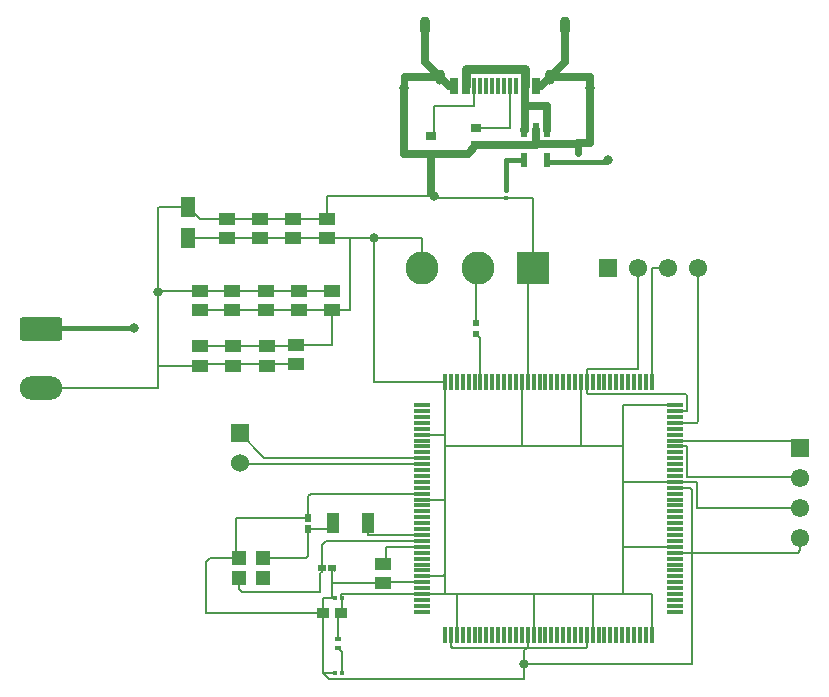
<source format=gbr>
%TF.GenerationSoftware,KiCad,Pcbnew,7.0.7*%
%TF.CreationDate,2023-10-17T17:05:39-05:00*%
%TF.ProjectId,IGVC-CBV1,49475643-2d43-4425-9631-2e6b69636164,rev?*%
%TF.SameCoordinates,Original*%
%TF.FileFunction,Copper,L1,Top*%
%TF.FilePolarity,Positive*%
%FSLAX46Y46*%
G04 Gerber Fmt 4.6, Leading zero omitted, Abs format (unit mm)*
G04 Created by KiCad (PCBNEW 7.0.7) date 2023-10-17 17:05:39*
%MOMM*%
%LPD*%
G01*
G04 APERTURE LIST*
G04 Aperture macros list*
%AMRoundRect*
0 Rectangle with rounded corners*
0 $1 Rounding radius*
0 $2 $3 $4 $5 $6 $7 $8 $9 X,Y pos of 4 corners*
0 Add a 4 corners polygon primitive as box body*
4,1,4,$2,$3,$4,$5,$6,$7,$8,$9,$2,$3,0*
0 Add four circle primitives for the rounded corners*
1,1,$1+$1,$2,$3*
1,1,$1+$1,$4,$5*
1,1,$1+$1,$6,$7*
1,1,$1+$1,$8,$9*
0 Add four rect primitives between the rounded corners*
20,1,$1+$1,$2,$3,$4,$5,0*
20,1,$1+$1,$4,$5,$6,$7,0*
20,1,$1+$1,$6,$7,$8,$9,0*
20,1,$1+$1,$8,$9,$2,$3,0*%
G04 Aperture macros list end*
%TA.AperFunction,SMDPad,CuDef*%
%ADD10R,0.500000X0.400000*%
%TD*%
%TA.AperFunction,SMDPad,CuDef*%
%ADD11R,1.470000X1.020000*%
%TD*%
%TA.AperFunction,SMDPad,CuDef*%
%ADD12R,0.600000X1.150000*%
%TD*%
%TA.AperFunction,SMDPad,CuDef*%
%ADD13R,1.300000X1.300000*%
%TD*%
%TA.AperFunction,SMDPad,CuDef*%
%ADD14R,1.230000X1.800000*%
%TD*%
%TA.AperFunction,ComponentPad*%
%ADD15R,1.530000X1.530000*%
%TD*%
%TA.AperFunction,ComponentPad*%
%ADD16C,1.530000*%
%TD*%
%TA.AperFunction,SMDPad,CuDef*%
%ADD17R,0.650000X0.620000*%
%TD*%
%TA.AperFunction,SMDPad,CuDef*%
%ADD18R,0.380000X0.415000*%
%TD*%
%TA.AperFunction,ComponentPad*%
%ADD19R,2.794000X2.794000*%
%TD*%
%TA.AperFunction,ComponentPad*%
%ADD20C,2.794000*%
%TD*%
%TA.AperFunction,ComponentPad*%
%ADD21O,0.900000X1.300000*%
%TD*%
%TA.AperFunction,ComponentPad*%
%ADD22O,0.900000X1.600000*%
%TD*%
%TA.AperFunction,SMDPad,CuDef*%
%ADD23R,0.300000X1.400000*%
%TD*%
%TA.AperFunction,SMDPad,CuDef*%
%ADD24R,0.800000X1.400000*%
%TD*%
%TA.AperFunction,SMDPad,CuDef*%
%ADD25R,0.620000X0.650000*%
%TD*%
%TA.AperFunction,ComponentPad*%
%ADD26RoundRect,0.250000X-1.550000X0.750000X-1.550000X-0.750000X1.550000X-0.750000X1.550000X0.750000X0*%
%TD*%
%TA.AperFunction,ComponentPad*%
%ADD27O,3.600000X2.000000*%
%TD*%
%TA.AperFunction,SMDPad,CuDef*%
%ADD28R,0.415000X0.380000*%
%TD*%
%TA.AperFunction,SMDPad,CuDef*%
%ADD29R,0.600000X0.490000*%
%TD*%
%TA.AperFunction,SMDPad,CuDef*%
%ADD30R,1.475000X0.300000*%
%TD*%
%TA.AperFunction,SMDPad,CuDef*%
%ADD31R,0.300000X1.475000*%
%TD*%
%TA.AperFunction,SMDPad,CuDef*%
%ADD32R,1.005599X0.949998*%
%TD*%
%TA.AperFunction,ComponentPad*%
%ADD33C,1.550000*%
%TD*%
%TA.AperFunction,SMDPad,CuDef*%
%ADD34R,1.000000X1.800000*%
%TD*%
%TA.AperFunction,SMDPad,CuDef*%
%ADD35R,0.900000X0.650000*%
%TD*%
%TA.AperFunction,ViaPad*%
%ADD36C,0.800000*%
%TD*%
%TA.AperFunction,Conductor*%
%ADD37C,0.700000*%
%TD*%
%TA.AperFunction,Conductor*%
%ADD38C,0.600000*%
%TD*%
%TA.AperFunction,Conductor*%
%ADD39C,0.800000*%
%TD*%
%TA.AperFunction,Conductor*%
%ADD40C,0.200000*%
%TD*%
%TA.AperFunction,Conductor*%
%ADD41C,0.400000*%
%TD*%
G04 APERTURE END LIST*
D10*
%TO.P,FB1,1*%
%TO.N,+3.3V*%
X140729375Y-115659250D03*
%TO.P,FB1,2*%
X140729375Y-114859250D03*
%TD*%
D11*
%TO.P,C15,1*%
%TO.N,/NRST*%
X144539375Y-108559250D03*
%TO.P,C15,2*%
%TO.N,GND*%
X144539375Y-110179250D03*
%TD*%
D12*
%TO.P,IC2,1,VIN*%
%TO.N,VBUS*%
X158377375Y-71825250D03*
%TO.P,IC2,2,GND*%
%TO.N,GND*%
X157427375Y-71825250D03*
%TO.P,IC2,3,EN*%
%TO.N,VBUS*%
X156477375Y-71825250D03*
%TO.P,IC2,4,ADJ/BYP*%
%TO.N,Net-(IC2-ADJ{slash}BYP)*%
X156477375Y-74325250D03*
%TO.P,IC2,5,VOUT*%
%TO.N,+3.3V*%
X158377375Y-74325250D03*
%TD*%
D11*
%TO.P,C13,1*%
%TO.N,+3.3V*%
X131839375Y-90113250D03*
%TO.P,C13,2*%
%TO.N,GND*%
X131839375Y-91733250D03*
%TD*%
%TO.P,C4,1*%
%TO.N,+3.3V*%
X136919375Y-80969250D03*
%TO.P,C4,2*%
%TO.N,GND*%
X136919375Y-79349250D03*
%TD*%
D13*
%TO.P,Y1,1,CRYSTAL_1*%
%TO.N,Net-(Y1-CRYSTAL_1)*%
X134379375Y-108059250D03*
%TO.P,Y1,2,COVER/GROUND*%
%TO.N,GND*%
X132279375Y-108059250D03*
%TO.P,Y1,3,CRYSTAL_2*%
%TO.N,RCC_OSC_OUT*%
X132279375Y-109759250D03*
%TO.P,Y1,4,NO_CONNECT*%
%TO.N,unconnected-(Y1-NO_CONNECT-Pad4)*%
X134379375Y-109759250D03*
%TD*%
D14*
%TO.P,C1,1*%
%TO.N,+3.3V*%
X128029375Y-80969250D03*
%TO.P,C1,2*%
%TO.N,GND*%
X128029375Y-78349250D03*
%TD*%
D15*
%TO.P,J4,1,Pin_1*%
%TO.N,I2C2_SDA*%
X132356875Y-97479250D03*
D16*
%TO.P,J4,2,Pin_2*%
%TO.N,I2C2_SCL*%
X132356875Y-100019250D03*
%TD*%
D11*
%TO.P,C6,1*%
%TO.N,+3.3V*%
X129045375Y-87065250D03*
%TO.P,C6,2*%
%TO.N,GND*%
X129045375Y-85445250D03*
%TD*%
D17*
%TO.P,C19,1*%
%TO.N,GND*%
X140221375Y-108909250D03*
%TO.P,C19,2*%
%TO.N,RCC_OSC_OUT*%
X139341375Y-108909250D03*
%TD*%
D18*
%TO.P,C24,1*%
%TO.N,+3.3V*%
X161000000Y-74473250D03*
%TO.P,C24,2*%
%TO.N,GND*%
X161000000Y-73857250D03*
%TD*%
D11*
%TO.P,C9,1*%
%TO.N,+3.3V*%
X137391375Y-87065250D03*
%TO.P,C9,2*%
%TO.N,GND*%
X137391375Y-85445250D03*
%TD*%
D19*
%TO.P,SW1,1,A*%
%TO.N,GND*%
X157239375Y-83509250D03*
D20*
%TO.P,SW1,2,B*%
%TO.N,/SW_BOOT0*%
X152540375Y-83509250D03*
%TO.P,SW1,3,C*%
%TO.N,+3.3V*%
X147841375Y-83509250D03*
%TD*%
D21*
%TO.P,J3,S4,SHELL_GND*%
%TO.N,GND*%
X149343375Y-67289250D03*
%TO.P,J3,S3,SHELL_GND*%
X158643375Y-67289250D03*
D22*
%TO.P,J3,S2,SHELL_GND*%
X148073375Y-62969250D03*
%TO.P,J3,S1,SHELL_GND*%
X159913375Y-62969250D03*
D23*
%TO.P,J3,B8,SBU2*%
%TO.N,unconnected-(J3-SBU2-PadB8)*%
X155743375Y-68069250D03*
%TO.P,J3,B7,D2-*%
%TO.N,unconnected-(J3-D2--PadB7)*%
X154743375Y-68069250D03*
%TO.P,J3,B6,D2+*%
%TO.N,unconnected-(J3-D2+-PadB6)*%
X153243375Y-68069250D03*
%TO.P,J3,B5,CC2*%
%TO.N,Net-(J3-CC2)*%
X152243375Y-68069250D03*
D24*
%TO.P,J3,A12_B1,GND*%
%TO.N,GND*%
X150493375Y-68069250D03*
%TO.P,J3,A9_B4,VBUS*%
%TO.N,VBUS*%
X151493375Y-68069250D03*
D23*
%TO.P,J3,A8,SBU1*%
%TO.N,unconnected-(J3-SBU1-PadA8)*%
X152743375Y-68069250D03*
%TO.P,J3,A7,D1-*%
%TO.N,unconnected-(J3-D1--PadA7)*%
X153743375Y-68069250D03*
%TO.P,J3,A6,D1+*%
%TO.N,unconnected-(J3-D1+-PadA6)*%
X154243375Y-68069250D03*
%TO.P,J3,A5,CC1*%
%TO.N,Net-(J3-CC1)*%
X155243375Y-68069250D03*
D24*
%TO.P,J3,A4_B9,VBUS*%
%TO.N,VBUS*%
X156493375Y-68069250D03*
%TO.P,J3,A1_B12,GND*%
%TO.N,GND*%
X157493375Y-68069250D03*
%TD*%
D11*
%TO.P,C14,1*%
%TO.N,+3.3V*%
X129009375Y-90113250D03*
%TO.P,C14,2*%
%TO.N,GND*%
X129009375Y-91733250D03*
%TD*%
D25*
%TO.P,C20,1*%
%TO.N,GND*%
X138189375Y-104659250D03*
%TO.P,C20,2*%
%TO.N,Net-(Y1-CRYSTAL_1)*%
X138189375Y-105539250D03*
%TD*%
D26*
%TO.P,J5,1,Pin_1*%
%TO.N,+3.3V*%
X115550875Y-88629250D03*
D27*
%TO.P,J5,2,Pin_2*%
%TO.N,GND*%
X115550875Y-93629250D03*
%TD*%
D28*
%TO.P,C17,1*%
%TO.N,+3.3V*%
X141037375Y-111449250D03*
%TO.P,C17,2*%
%TO.N,GND*%
X140421375Y-111449250D03*
%TD*%
D11*
%TO.P,C10,1*%
%TO.N,+3.3V*%
X140221375Y-87065250D03*
%TO.P,C10,2*%
%TO.N,GND*%
X140221375Y-85445250D03*
%TD*%
%TO.P,C7,1*%
%TO.N,+3.3V*%
X131731375Y-87065250D03*
%TO.P,C7,2*%
%TO.N,GND*%
X131731375Y-85445250D03*
%TD*%
%TO.P,C8,1*%
%TO.N,+3.3V*%
X134561375Y-87065250D03*
%TO.P,C8,2*%
%TO.N,GND*%
X134561375Y-85445250D03*
%TD*%
D28*
%TO.P,C18,1*%
%TO.N,+3.3V*%
X141037375Y-117799250D03*
%TO.P,C18,2*%
%TO.N,GND*%
X140421375Y-117799250D03*
%TD*%
D29*
%TO.P,R1,1*%
%TO.N,/SW_BOOT0*%
X152413375Y-88134250D03*
%TO.P,R1,2*%
%TO.N,/BOOT0*%
X152413375Y-89044250D03*
%TD*%
D30*
%TO.P,IC1,1,PE2*%
%TO.N,unconnected-(IC1-PE2-Pad1)*%
X147771375Y-95079250D03*
%TO.P,IC1,2,PE3*%
%TO.N,unconnected-(IC1-PE3-Pad2)*%
X147771375Y-95579250D03*
%TO.P,IC1,3,PE4*%
%TO.N,unconnected-(IC1-PE4-Pad3)*%
X147771375Y-96079250D03*
%TO.P,IC1,4,PE5*%
%TO.N,unconnected-(IC1-PE5-Pad4)*%
X147771375Y-96579250D03*
%TO.P,IC1,5,PE6*%
%TO.N,unconnected-(IC1-PE6-Pad5)*%
X147771375Y-97079250D03*
%TO.P,IC1,6,VBAT*%
%TO.N,+3.3V*%
X147771375Y-97579250D03*
%TO.P,IC1,7,PC13*%
%TO.N,unconnected-(IC1-PC13-Pad7)*%
X147771375Y-98079250D03*
%TO.P,IC1,8,PC14*%
%TO.N,unconnected-(IC1-PC14-Pad8)*%
X147771375Y-98579250D03*
%TO.P,IC1,9,PC15*%
%TO.N,unconnected-(IC1-PC15-Pad9)*%
X147771375Y-99079250D03*
%TO.P,IC1,10,PF0*%
%TO.N,I2C2_SDA*%
X147771375Y-99579250D03*
%TO.P,IC1,11,PF1*%
%TO.N,I2C2_SCL*%
X147771375Y-100079250D03*
%TO.P,IC1,12,PF2*%
%TO.N,unconnected-(IC1-PF2-Pad12)*%
X147771375Y-100579250D03*
%TO.P,IC1,13,PF3*%
%TO.N,unconnected-(IC1-PF3-Pad13)*%
X147771375Y-101079250D03*
%TO.P,IC1,14,PF4*%
%TO.N,unconnected-(IC1-PF4-Pad14)*%
X147771375Y-101579250D03*
%TO.P,IC1,15,PF5*%
%TO.N,unconnected-(IC1-PF5-Pad15)*%
X147771375Y-102079250D03*
%TO.P,IC1,16,VSS_1*%
%TO.N,GND*%
X147771375Y-102579250D03*
%TO.P,IC1,17,VDD_1*%
%TO.N,+3.3V*%
X147771375Y-103079250D03*
%TO.P,IC1,18,PF6*%
%TO.N,unconnected-(IC1-PF6-Pad18)*%
X147771375Y-103579250D03*
%TO.P,IC1,19,PF7*%
%TO.N,unconnected-(IC1-PF7-Pad19)*%
X147771375Y-104079250D03*
%TO.P,IC1,20,PF8*%
%TO.N,unconnected-(IC1-PF8-Pad20)*%
X147771375Y-104579250D03*
%TO.P,IC1,21,PF9*%
%TO.N,unconnected-(IC1-PF9-Pad21)*%
X147771375Y-105079250D03*
%TO.P,IC1,22,PF10*%
%TO.N,unconnected-(IC1-PF10-Pad22)*%
X147771375Y-105579250D03*
%TO.P,IC1,23,PH0*%
%TO.N,RCC_OSC_IN*%
X147771375Y-106079250D03*
%TO.P,IC1,24,PH1*%
%TO.N,RCC_OSC_OUT*%
X147771375Y-106579250D03*
%TO.P,IC1,25,NRST*%
%TO.N,/NRST*%
X147771375Y-107079250D03*
%TO.P,IC1,26,PC0*%
%TO.N,unconnected-(IC1-PC0-Pad26)*%
X147771375Y-107579250D03*
%TO.P,IC1,27,PC1*%
%TO.N,unconnected-(IC1-PC1-Pad27)*%
X147771375Y-108079250D03*
%TO.P,IC1,28,PC2*%
%TO.N,unconnected-(IC1-PC2-Pad28)*%
X147771375Y-108579250D03*
%TO.P,IC1,29,PC3*%
%TO.N,unconnected-(IC1-PC3-Pad29)*%
X147771375Y-109079250D03*
%TO.P,IC1,30,VDD_2*%
%TO.N,+3.3V*%
X147771375Y-109579250D03*
%TO.P,IC1,31,VSSA*%
%TO.N,GND*%
X147771375Y-110079250D03*
%TO.P,IC1,32,VREF+*%
%TO.N,unconnected-(IC1-VREF+-Pad32)*%
X147771375Y-110579250D03*
%TO.P,IC1,33,VDDA*%
%TO.N,+3.3V*%
X147771375Y-111079250D03*
%TO.P,IC1,34,PA0*%
%TO.N,unconnected-(IC1-PA0-Pad34)*%
X147771375Y-111579250D03*
%TO.P,IC1,35,PA1*%
%TO.N,unconnected-(IC1-PA1-Pad35)*%
X147771375Y-112079250D03*
%TO.P,IC1,36,PA2*%
%TO.N,unconnected-(IC1-PA2-Pad36)*%
X147771375Y-112579250D03*
D31*
%TO.P,IC1,37,PA3*%
%TO.N,unconnected-(IC1-PA3-Pad37)*%
X149759375Y-114567250D03*
%TO.P,IC1,38,VSS_2*%
%TO.N,GND*%
X150259375Y-114567250D03*
%TO.P,IC1,39,VDD_3*%
%TO.N,+3.3V*%
X150759375Y-114567250D03*
%TO.P,IC1,40,PA4*%
%TO.N,unconnected-(IC1-PA4-Pad40)*%
X151259375Y-114567250D03*
%TO.P,IC1,41,PA5*%
%TO.N,unconnected-(IC1-PA5-Pad41)*%
X151759375Y-114567250D03*
%TO.P,IC1,42,PA6*%
%TO.N,unconnected-(IC1-PA6-Pad42)*%
X152259375Y-114567250D03*
%TO.P,IC1,43,PA7*%
%TO.N,unconnected-(IC1-PA7-Pad43)*%
X152759375Y-114567250D03*
%TO.P,IC1,44,PC4*%
%TO.N,unconnected-(IC1-PC4-Pad44)*%
X153259375Y-114567250D03*
%TO.P,IC1,45,PC5*%
%TO.N,unconnected-(IC1-PC5-Pad45)*%
X153759375Y-114567250D03*
%TO.P,IC1,46,PB0*%
%TO.N,unconnected-(IC1-PB0-Pad46)*%
X154259375Y-114567250D03*
%TO.P,IC1,47,PB1*%
%TO.N,unconnected-(IC1-PB1-Pad47)*%
X154759375Y-114567250D03*
%TO.P,IC1,48,PB2*%
%TO.N,unconnected-(IC1-PB2-Pad48)*%
X155259375Y-114567250D03*
%TO.P,IC1,49,PF11*%
%TO.N,unconnected-(IC1-PF11-Pad49)*%
X155759375Y-114567250D03*
%TO.P,IC1,50,PF12*%
%TO.N,unconnected-(IC1-PF12-Pad50)*%
X156259375Y-114567250D03*
%TO.P,IC1,51,VSS_3*%
%TO.N,GND*%
X156759375Y-114567250D03*
%TO.P,IC1,52,VDD_4*%
%TO.N,+3.3V*%
X157259375Y-114567250D03*
%TO.P,IC1,53,PF13*%
%TO.N,unconnected-(IC1-PF13-Pad53)*%
X157759375Y-114567250D03*
%TO.P,IC1,54,PF14*%
%TO.N,unconnected-(IC1-PF14-Pad54)*%
X158259375Y-114567250D03*
%TO.P,IC1,55,PF15*%
%TO.N,unconnected-(IC1-PF15-Pad55)*%
X158759375Y-114567250D03*
%TO.P,IC1,56,PG0*%
%TO.N,unconnected-(IC1-PG0-Pad56)*%
X159259375Y-114567250D03*
%TO.P,IC1,57,PG1*%
%TO.N,unconnected-(IC1-PG1-Pad57)*%
X159759375Y-114567250D03*
%TO.P,IC1,58,PE7*%
%TO.N,unconnected-(IC1-PE7-Pad58)*%
X160259375Y-114567250D03*
%TO.P,IC1,59,PE8*%
%TO.N,unconnected-(IC1-PE8-Pad59)*%
X160759375Y-114567250D03*
%TO.P,IC1,60,PE9*%
%TO.N,unconnected-(IC1-PE9-Pad60)*%
X161259375Y-114567250D03*
%TO.P,IC1,61,VSS_4*%
%TO.N,GND*%
X161759375Y-114567250D03*
%TO.P,IC1,62,VDD_5*%
%TO.N,+3.3V*%
X162259375Y-114567250D03*
%TO.P,IC1,63,PE10*%
%TO.N,unconnected-(IC1-PE10-Pad63)*%
X162759375Y-114567250D03*
%TO.P,IC1,64,PE11*%
%TO.N,unconnected-(IC1-PE11-Pad64)*%
X163259375Y-114567250D03*
%TO.P,IC1,65,PE12*%
%TO.N,unconnected-(IC1-PE12-Pad65)*%
X163759375Y-114567250D03*
%TO.P,IC1,66,PE13*%
%TO.N,unconnected-(IC1-PE13-Pad66)*%
X164259375Y-114567250D03*
%TO.P,IC1,67,PE14*%
%TO.N,unconnected-(IC1-PE14-Pad67)*%
X164759375Y-114567250D03*
%TO.P,IC1,68,PE15*%
%TO.N,unconnected-(IC1-PE15-Pad68)*%
X165259375Y-114567250D03*
%TO.P,IC1,69,PB10*%
%TO.N,unconnected-(IC1-PB10-Pad69)*%
X165759375Y-114567250D03*
%TO.P,IC1,70,PB11*%
%TO.N,unconnected-(IC1-PB11-Pad70)*%
X166259375Y-114567250D03*
%TO.P,IC1,71,VCAP_1*%
%TO.N,unconnected-(IC1-VCAP_1-Pad71)*%
X166759375Y-114567250D03*
%TO.P,IC1,72,VDD_6*%
%TO.N,+3.3V*%
X167259375Y-114567250D03*
D30*
%TO.P,IC1,73,PB12*%
%TO.N,unconnected-(IC1-PB12-Pad73)*%
X169247375Y-112579250D03*
%TO.P,IC1,74,PB13*%
%TO.N,unconnected-(IC1-PB13-Pad74)*%
X169247375Y-112079250D03*
%TO.P,IC1,75,PB14*%
%TO.N,unconnected-(IC1-PB14-Pad75)*%
X169247375Y-111579250D03*
%TO.P,IC1,76,PB15*%
%TO.N,unconnected-(IC1-PB15-Pad76)*%
X169247375Y-111079250D03*
%TO.P,IC1,77,PD8*%
%TO.N,unconnected-(IC1-PD8-Pad77)*%
X169247375Y-110579250D03*
%TO.P,IC1,78,PD9*%
%TO.N,unconnected-(IC1-PD9-Pad78)*%
X169247375Y-110079250D03*
%TO.P,IC1,79,PD10*%
%TO.N,unconnected-(IC1-PD10-Pad79)*%
X169247375Y-109579250D03*
%TO.P,IC1,80,PD11*%
%TO.N,unconnected-(IC1-PD11-Pad80)*%
X169247375Y-109079250D03*
%TO.P,IC1,81,PD12*%
%TO.N,unconnected-(IC1-PD12-Pad81)*%
X169247375Y-108579250D03*
%TO.P,IC1,82,PD13*%
%TO.N,unconnected-(IC1-PD13-Pad82)*%
X169247375Y-108079250D03*
%TO.P,IC1,83,VSS_5*%
%TO.N,GND*%
X169247375Y-107579250D03*
%TO.P,IC1,84,VDD_7*%
%TO.N,+3.3V*%
X169247375Y-107079250D03*
%TO.P,IC1,85,PD14*%
%TO.N,unconnected-(IC1-PD14-Pad85)*%
X169247375Y-106579250D03*
%TO.P,IC1,86,PD15*%
%TO.N,unconnected-(IC1-PD15-Pad86)*%
X169247375Y-106079250D03*
%TO.P,IC1,87,PG2*%
%TO.N,unconnected-(IC1-PG2-Pad87)*%
X169247375Y-105579250D03*
%TO.P,IC1,88,PG3*%
%TO.N,unconnected-(IC1-PG3-Pad88)*%
X169247375Y-105079250D03*
%TO.P,IC1,89,PG4*%
%TO.N,unconnected-(IC1-PG4-Pad89)*%
X169247375Y-104579250D03*
%TO.P,IC1,90,PG5*%
%TO.N,unconnected-(IC1-PG5-Pad90)*%
X169247375Y-104079250D03*
%TO.P,IC1,91,PG6*%
%TO.N,unconnected-(IC1-PG6-Pad91)*%
X169247375Y-103579250D03*
%TO.P,IC1,92,PG7*%
%TO.N,unconnected-(IC1-PG7-Pad92)*%
X169247375Y-103079250D03*
%TO.P,IC1,93,PG8*%
%TO.N,unconnected-(IC1-PG8-Pad93)*%
X169247375Y-102579250D03*
%TO.P,IC1,94,VSS_6*%
%TO.N,GND*%
X169247375Y-102079250D03*
%TO.P,IC1,95,VDD_8*%
%TO.N,+3.3V*%
X169247375Y-101579250D03*
%TO.P,IC1,96,PC6*%
%TO.N,unconnected-(IC1-PC6-Pad96)*%
X169247375Y-101079250D03*
%TO.P,IC1,97,PC7*%
%TO.N,unconnected-(IC1-PC7-Pad97)*%
X169247375Y-100579250D03*
%TO.P,IC1,98,PC8*%
%TO.N,unconnected-(IC1-PC8-Pad98)*%
X169247375Y-100079250D03*
%TO.P,IC1,99,PC9*%
%TO.N,unconnected-(IC1-PC9-Pad99)*%
X169247375Y-99579250D03*
%TO.P,IC1,100,PA8*%
%TO.N,unconnected-(IC1-PA8-Pad100)*%
X169247375Y-99079250D03*
%TO.P,IC1,101,PA9*%
%TO.N,USART1_TX*%
X169247375Y-98579250D03*
%TO.P,IC1,102,PA10*%
%TO.N,USART1_RX*%
X169247375Y-98079250D03*
%TO.P,IC1,103,PA11*%
%TO.N,unconnected-(IC1-PA11-Pad103)*%
X169247375Y-97579250D03*
%TO.P,IC1,104,PA12*%
%TO.N,unconnected-(IC1-PA12-Pad104)*%
X169247375Y-97079250D03*
%TO.P,IC1,105,PA13*%
%TO.N,SWDIO*%
X169247375Y-96579250D03*
%TO.P,IC1,106,VCAP_2*%
%TO.N,unconnected-(IC1-VCAP_2-Pad106)*%
X169247375Y-96079250D03*
%TO.P,IC1,107,VSS_7*%
%TO.N,GND*%
X169247375Y-95579250D03*
%TO.P,IC1,108,VDD_9*%
%TO.N,+3.3V*%
X169247375Y-95079250D03*
D31*
%TO.P,IC1,109,PA14*%
%TO.N,SWCLK*%
X167259375Y-93091250D03*
%TO.P,IC1,110,PA15*%
%TO.N,unconnected-(IC1-PA15-Pad110)*%
X166759375Y-93091250D03*
%TO.P,IC1,111,PC10*%
%TO.N,unconnected-(IC1-PC10-Pad111)*%
X166259375Y-93091250D03*
%TO.P,IC1,112,PC11*%
%TO.N,unconnected-(IC1-PC11-Pad112)*%
X165759375Y-93091250D03*
%TO.P,IC1,113,PC12*%
%TO.N,unconnected-(IC1-PC12-Pad113)*%
X165259375Y-93091250D03*
%TO.P,IC1,114,PD0*%
%TO.N,unconnected-(IC1-PD0-Pad114)*%
X164759375Y-93091250D03*
%TO.P,IC1,115,PD1*%
%TO.N,unconnected-(IC1-PD1-Pad115)*%
X164259375Y-93091250D03*
%TO.P,IC1,116,PD2*%
%TO.N,unconnected-(IC1-PD2-Pad116)*%
X163759375Y-93091250D03*
%TO.P,IC1,117,PD3*%
%TO.N,unconnected-(IC1-PD3-Pad117)*%
X163259375Y-93091250D03*
%TO.P,IC1,118,PD4*%
%TO.N,unconnected-(IC1-PD4-Pad118)*%
X162759375Y-93091250D03*
%TO.P,IC1,119,PD5*%
%TO.N,unconnected-(IC1-PD5-Pad119)*%
X162259375Y-93091250D03*
%TO.P,IC1,120,VSS_8*%
%TO.N,GND*%
X161759375Y-93091250D03*
%TO.P,IC1,121,VDD_10*%
%TO.N,+3.3V*%
X161259375Y-93091250D03*
%TO.P,IC1,122,PD6*%
%TO.N,unconnected-(IC1-PD6-Pad122)*%
X160759375Y-93091250D03*
%TO.P,IC1,123,PD7*%
%TO.N,unconnected-(IC1-PD7-Pad123)*%
X160259375Y-93091250D03*
%TO.P,IC1,124,PG9*%
%TO.N,unconnected-(IC1-PG9-Pad124)*%
X159759375Y-93091250D03*
%TO.P,IC1,125,PG10*%
%TO.N,unconnected-(IC1-PG10-Pad125)*%
X159259375Y-93091250D03*
%TO.P,IC1,126,PG11*%
%TO.N,unconnected-(IC1-PG11-Pad126)*%
X158759375Y-93091250D03*
%TO.P,IC1,127,PG12*%
%TO.N,unconnected-(IC1-PG12-Pad127)*%
X158259375Y-93091250D03*
%TO.P,IC1,128,PG13*%
%TO.N,unconnected-(IC1-PG13-Pad128)*%
X157759375Y-93091250D03*
%TO.P,IC1,129,PG14*%
%TO.N,unconnected-(IC1-PG14-Pad129)*%
X157259375Y-93091250D03*
%TO.P,IC1,130,VSS_9*%
%TO.N,GND*%
X156759375Y-93091250D03*
%TO.P,IC1,131,VDD_11*%
%TO.N,+3.3V*%
X156259375Y-93091250D03*
%TO.P,IC1,132,PG15*%
%TO.N,unconnected-(IC1-PG15-Pad132)*%
X155759375Y-93091250D03*
%TO.P,IC1,133,PB3*%
%TO.N,unconnected-(IC1-PB3-Pad133)*%
X155259375Y-93091250D03*
%TO.P,IC1,134,PB4*%
%TO.N,unconnected-(IC1-PB4-Pad134)*%
X154759375Y-93091250D03*
%TO.P,IC1,135,PB5*%
%TO.N,unconnected-(IC1-PB5-Pad135)*%
X154259375Y-93091250D03*
%TO.P,IC1,136,PB6*%
%TO.N,unconnected-(IC1-PB6-Pad136)*%
X153759375Y-93091250D03*
%TO.P,IC1,137,PB7*%
%TO.N,unconnected-(IC1-PB7-Pad137)*%
X153259375Y-93091250D03*
%TO.P,IC1,138,BOOT0*%
%TO.N,/BOOT0*%
X152759375Y-93091250D03*
%TO.P,IC1,139,PB8*%
%TO.N,unconnected-(IC1-PB8-Pad139)*%
X152259375Y-93091250D03*
%TO.P,IC1,140,PB9*%
%TO.N,unconnected-(IC1-PB9-Pad140)*%
X151759375Y-93091250D03*
%TO.P,IC1,141,PE0*%
%TO.N,unconnected-(IC1-PE0-Pad141)*%
X151259375Y-93091250D03*
%TO.P,IC1,142,PE1*%
%TO.N,unconnected-(IC1-PE1-Pad142)*%
X150759375Y-93091250D03*
%TO.P,IC1,143,PDR_ON*%
%TO.N,unconnected-(IC1-PDR_ON-Pad143)*%
X150259375Y-93091250D03*
%TO.P,IC1,144,VDD_12*%
%TO.N,+3.3V*%
X149759375Y-93091250D03*
%TD*%
D11*
%TO.P,C3,1*%
%TO.N,+3.3V*%
X134089375Y-80969250D03*
%TO.P,C3,2*%
%TO.N,GND*%
X134089375Y-79349250D03*
%TD*%
D32*
%TO.P,C16,1*%
%TO.N,+3.3V*%
X140914973Y-112719250D03*
%TO.P,C16,2*%
%TO.N,GND*%
X139459375Y-112719250D03*
%TD*%
D15*
%TO.P,J2,1,Pin_1*%
%TO.N,USART1_RX*%
X179845375Y-98749250D03*
D33*
%TO.P,J2,2,Pin_2*%
%TO.N,USART1_TX*%
X179845375Y-101289250D03*
%TO.P,J2,3,Pin_3*%
%TO.N,+3.3V*%
X179845375Y-103829250D03*
%TO.P,J2,4,Pin_4*%
%TO.N,GND*%
X179845375Y-106369250D03*
%TD*%
D34*
%TO.P,R3,1*%
%TO.N,Net-(Y1-CRYSTAL_1)*%
X140269375Y-105099250D03*
%TO.P,R3,2*%
%TO.N,RCC_OSC_IN*%
X143269375Y-105099250D03*
%TD*%
D35*
%TO.P,R10,1*%
%TO.N,Net-(J3-CC2)*%
X148603375Y-72333250D03*
%TO.P,R10,2*%
%TO.N,GND*%
X148603375Y-73783250D03*
%TD*%
D18*
%TO.P,C23,1*%
%TO.N,GND*%
X154953375Y-77521250D03*
%TO.P,C23,2*%
%TO.N,Net-(IC2-ADJ{slash}BYP)*%
X154953375Y-76905250D03*
%TD*%
D11*
%TO.P,C2,1*%
%TO.N,+3.3V*%
X131259375Y-80969250D03*
%TO.P,C2,2*%
%TO.N,GND*%
X131259375Y-79349250D03*
%TD*%
D15*
%TO.P,J1,1,Pin_1*%
%TO.N,+3.3V*%
X163589375Y-83509250D03*
D33*
%TO.P,J1,2,Pin_2*%
%TO.N,GND*%
X166129375Y-83509250D03*
%TO.P,J1,3,Pin_3*%
%TO.N,SWCLK*%
X168669375Y-83509250D03*
%TO.P,J1,4,Pin_4*%
%TO.N,SWDIO*%
X171209375Y-83509250D03*
%TD*%
D35*
%TO.P,R9,1*%
%TO.N,GND*%
X152413375Y-73058250D03*
%TO.P,R9,2*%
%TO.N,Net-(J3-CC1)*%
X152413375Y-71608250D03*
%TD*%
D11*
%TO.P,C12,1*%
%TO.N,+3.3V*%
X134669375Y-90113250D03*
%TO.P,C12,2*%
%TO.N,GND*%
X134669375Y-91733250D03*
%TD*%
%TO.P,C11,1*%
%TO.N,+3.3V*%
X137173375Y-90017250D03*
%TO.P,C11,2*%
%TO.N,GND*%
X137173375Y-91637250D03*
%TD*%
%TO.P,C5,1*%
%TO.N,+3.3V*%
X139749375Y-80969250D03*
%TO.P,C5,2*%
%TO.N,GND*%
X139749375Y-79349250D03*
%TD*%
D36*
%TO.N,+3.3V*%
X143777375Y-80969250D03*
X163589375Y-74365250D03*
X123457375Y-88589250D03*
%TO.N,GND*%
X125489375Y-85541250D03*
X146317375Y-68269250D03*
X162065375Y-68269250D03*
X148857375Y-77413250D03*
X156477375Y-117037250D03*
%TD*%
D37*
%TO.N,GND*%
X162006375Y-72900250D02*
X161000000Y-72900250D01*
D38*
X162065375Y-72841250D02*
X162006375Y-72900250D01*
D37*
X160900250Y-73000000D02*
X159076125Y-73000000D01*
X157477625Y-73000000D02*
X158978625Y-73000000D01*
X157419375Y-73058250D02*
X157477625Y-73000000D01*
D38*
X161000000Y-72900250D02*
X161000000Y-73765750D01*
D39*
%TO.N,VBUS*%
X156493375Y-66655750D02*
X156493375Y-68069250D01*
X156437625Y-66600000D02*
X156493375Y-66655750D01*
X151493375Y-66600000D02*
X156437625Y-66600000D01*
X151493375Y-68069250D02*
X151493375Y-66600000D01*
D40*
%TO.N,+3.3V*%
X140729375Y-112904848D02*
X140914973Y-112719250D01*
X149597375Y-109579250D02*
X149759375Y-109417250D01*
X141745375Y-80969250D02*
X143777375Y-80969250D01*
X179845375Y-103829250D02*
X171101375Y-103829250D01*
X147841375Y-80969250D02*
X143777375Y-80969250D01*
X141745375Y-87065250D02*
X141745375Y-80969250D01*
X147771375Y-103079250D02*
X149759375Y-103079250D01*
X143777375Y-93161250D02*
X149689375Y-93161250D01*
X149605375Y-97579250D02*
X147771375Y-97579250D01*
X156259375Y-93091250D02*
X156259375Y-98552000D01*
X149759375Y-98552000D02*
X149759375Y-98241250D01*
X149759375Y-103079250D02*
X149759375Y-102078750D01*
X156259375Y-98552000D02*
X160732625Y-98552000D01*
X140928875Y-111340750D02*
X140928875Y-111079250D01*
X147771375Y-109579250D02*
X149597375Y-109579250D01*
X162259375Y-114567250D02*
X162259375Y-111107500D01*
X131731375Y-87065250D02*
X129045375Y-87065250D01*
X140221375Y-90017250D02*
X140221375Y-87065250D01*
X140729375Y-114859250D02*
X140729375Y-112904848D01*
X149759375Y-111079250D02*
X149759375Y-110078750D01*
X164787125Y-110552000D02*
X164787125Y-111107500D01*
X169247375Y-107079250D02*
X164787125Y-107079250D01*
X162259375Y-111107500D02*
X159787125Y-111107500D01*
X141037375Y-111449250D02*
X140928875Y-111340750D01*
X164787125Y-107079250D02*
X164787125Y-110552000D01*
X149759375Y-102078750D02*
X149759375Y-98241250D01*
X164787125Y-101579250D02*
X164787125Y-105052000D01*
D41*
X158377375Y-74325250D02*
X158525375Y-74473250D01*
D40*
X141745375Y-80969250D02*
X139749375Y-80969250D01*
X140221375Y-87065250D02*
X141745375Y-87065250D01*
X169247375Y-95079250D02*
X164787125Y-95079250D01*
X164787125Y-111107500D02*
X159787125Y-111107500D01*
X171101375Y-103829250D02*
X171101375Y-101660407D01*
X143777375Y-80969250D02*
X143777375Y-93161250D01*
X147841375Y-83509250D02*
X147841375Y-80969250D01*
D41*
X160541375Y-74473250D02*
X163481375Y-74473250D01*
X158525375Y-74473250D02*
X160541375Y-74473250D01*
D40*
X161259375Y-98451250D02*
X161360125Y-98552000D01*
X157259375Y-114567250D02*
X157259375Y-111075000D01*
X157259375Y-111075000D02*
X150755625Y-111075000D01*
X164787125Y-95079250D02*
X164787125Y-98552000D01*
X167259375Y-111107500D02*
X164787125Y-111107500D01*
X164787125Y-98552000D02*
X164787125Y-105052000D01*
D41*
X115590875Y-88589250D02*
X115550875Y-88629250D01*
D40*
X141037375Y-112596848D02*
X140914973Y-112719250D01*
X149759375Y-110078750D02*
X149759375Y-108578750D01*
X171020218Y-101579250D02*
X169247375Y-101579250D01*
X149759375Y-111075000D02*
X149759375Y-110078750D01*
X149759375Y-109417250D02*
X149759375Y-108578750D01*
X150755625Y-111075000D02*
X149759375Y-111075000D01*
D41*
X123457375Y-88589250D02*
X115590875Y-88589250D01*
D40*
X139749375Y-80969250D02*
X128029375Y-80969250D01*
X167259375Y-114567250D02*
X167259375Y-111107500D01*
X147771375Y-111079250D02*
X149759375Y-111079250D01*
X156259375Y-98552000D02*
X149759375Y-98552000D01*
D41*
X163481375Y-74473250D02*
X163589375Y-74365250D01*
D40*
X140928875Y-111079250D02*
X147771375Y-111079250D01*
X159787125Y-111107500D02*
X154787125Y-111107500D01*
X149689375Y-93161250D02*
X149759375Y-93091250D01*
X140221375Y-87065250D02*
X131731375Y-87065250D01*
X161360125Y-98552000D02*
X164787125Y-98552000D01*
X140729375Y-115659250D02*
X141037375Y-115967250D01*
X160732625Y-98552000D02*
X164787125Y-98552000D01*
X164787125Y-105052000D02*
X164787125Y-110552000D01*
X137077375Y-90113250D02*
X137173375Y-90017250D01*
X149759375Y-97733250D02*
X149605375Y-97579250D01*
X150759375Y-111078750D02*
X150755625Y-111075000D01*
X171101375Y-101660407D02*
X171020218Y-101579250D01*
X141037375Y-115967250D02*
X141037375Y-117799250D01*
X141037375Y-111449250D02*
X141037375Y-112596848D01*
X149759375Y-108578750D02*
X149759375Y-102078750D01*
X149759375Y-98241250D02*
X149759375Y-96578750D01*
X150759375Y-114567250D02*
X150759375Y-111078750D01*
X137173375Y-90017250D02*
X140221375Y-90017250D01*
X129009375Y-90113250D02*
X137077375Y-90113250D01*
X161259375Y-93091250D02*
X161259375Y-98451250D01*
X149759375Y-93091250D02*
X149759375Y-96578750D01*
X169247375Y-101579250D02*
X164787125Y-101579250D01*
%TO.N,GND*%
X139749375Y-79349250D02*
X139749375Y-77413250D01*
X129029375Y-79349250D02*
X128029375Y-78349250D01*
X156709375Y-115604750D02*
X156477375Y-115836750D01*
D38*
X148603375Y-77159250D02*
X148857375Y-77413250D01*
D40*
X138189375Y-102813250D02*
X138189375Y-104659250D01*
X156759375Y-93091250D02*
X156759375Y-83989250D01*
X166129375Y-83509250D02*
X166129375Y-92053750D01*
D37*
X149343375Y-67289250D02*
X146353375Y-67289250D01*
D40*
X129553375Y-112719250D02*
X139459375Y-112719250D01*
X170701375Y-107579250D02*
X169247375Y-107579250D01*
X161759375Y-115554750D02*
X161709375Y-115604750D01*
X161709375Y-115604750D02*
X156809375Y-115604750D01*
X170701375Y-102305250D02*
X170701375Y-107579250D01*
X161759375Y-94078750D02*
X161759375Y-93091250D01*
D37*
X162065375Y-67289250D02*
X162065375Y-68269250D01*
D40*
X139749375Y-79349250D02*
X129029375Y-79349250D01*
X170475375Y-102079250D02*
X170701375Y-102305250D01*
X129009375Y-91733250D02*
X125489375Y-91733250D01*
X125489375Y-91637250D02*
X125489375Y-85541250D01*
X156809375Y-115604750D02*
X156759375Y-115554750D01*
D37*
X148603375Y-73783250D02*
X146317375Y-73783250D01*
X157427375Y-71825250D02*
X157427375Y-73050250D01*
X157863375Y-68069250D02*
X158643375Y-67289250D01*
D40*
X139749375Y-77413250D02*
X148857375Y-77413250D01*
X179845375Y-106369250D02*
X179845375Y-107385250D01*
D37*
X158643375Y-67289250D02*
X162065375Y-67289250D01*
X158643375Y-67289250D02*
X159913375Y-66019250D01*
D40*
X156477375Y-115836750D02*
X156477375Y-117037250D01*
X150381375Y-115604750D02*
X150381375Y-115513250D01*
X157239375Y-83509250D02*
X157239375Y-77521250D01*
D37*
X148073375Y-62969250D02*
X148073375Y-66019250D01*
D40*
X140421375Y-109109250D02*
X140221375Y-108909250D01*
X161759375Y-114567250D02*
X161759375Y-115554750D01*
X125489375Y-91733250D02*
X125489375Y-91637250D01*
X170284875Y-95529250D02*
X170284875Y-94268750D01*
X161759375Y-92103750D02*
X161759375Y-93091250D01*
D37*
X148603375Y-73783250D02*
X148603375Y-77159250D01*
X162065375Y-68269250D02*
X162065375Y-72841250D01*
D40*
X157239375Y-77521250D02*
X154953375Y-77521250D01*
X125489375Y-78429250D02*
X125489375Y-85541250D01*
X140421375Y-111449250D02*
X139459375Y-111449250D01*
X125569375Y-78349250D02*
X125489375Y-78429250D01*
D37*
X148603375Y-73783250D02*
X151688375Y-73783250D01*
D40*
X129045375Y-85445250D02*
X125585375Y-85445250D01*
D37*
X148073375Y-66019250D02*
X149343375Y-67289250D01*
D40*
X140421375Y-111449250D02*
X140221375Y-111449250D01*
X125489375Y-91733250D02*
X125489375Y-93629250D01*
X139459375Y-117799250D02*
X139949375Y-118289250D01*
X140221375Y-85445250D02*
X129045375Y-85445250D01*
X129553375Y-108401250D02*
X129553375Y-112719250D01*
X139949375Y-118289250D02*
X156477375Y-118289250D01*
X132279375Y-108059250D02*
X132093375Y-107873250D01*
X139459375Y-117799250D02*
X139459375Y-112719250D01*
D38*
X146317375Y-67253250D02*
X146317375Y-68269250D01*
D37*
X146317375Y-73783250D02*
X146317375Y-68269250D01*
X150123375Y-68069250D02*
X149343375Y-67289250D01*
D40*
X144639375Y-110079250D02*
X144539375Y-110179250D01*
D38*
X146353375Y-67289250D02*
X146317375Y-67253250D01*
D40*
X140221375Y-111449250D02*
X140221375Y-110179250D01*
X179651375Y-107579250D02*
X170701375Y-107579250D01*
X156477375Y-118289250D02*
X156477375Y-117037250D01*
D38*
X157427375Y-73050250D02*
X157419375Y-73058250D01*
D40*
X147771375Y-110079250D02*
X144639375Y-110079250D01*
X132093375Y-107873250D02*
X132093375Y-104659250D01*
X170193375Y-94177250D02*
X161857875Y-94177250D01*
X132279375Y-108059250D02*
X129895375Y-108059250D01*
X139459375Y-111449250D02*
X139459375Y-112719250D01*
X150381375Y-115604750D02*
X156709375Y-115604750D01*
X170701375Y-107579250D02*
X170701375Y-117037250D01*
X150259375Y-115554750D02*
X150309375Y-115604750D01*
D37*
X159913375Y-66019250D02*
X159913375Y-62969250D01*
D40*
X161809375Y-92053750D02*
X161759375Y-92103750D01*
X125489375Y-78349250D02*
X125489375Y-78429250D01*
X138423375Y-102579250D02*
X138189375Y-102813250D01*
X148965375Y-77521250D02*
X148857375Y-77413250D01*
X125585375Y-85445250D02*
X125489375Y-85541250D01*
X137173375Y-91637250D02*
X129105375Y-91637250D01*
D37*
X151688375Y-73783250D02*
X152413375Y-73058250D01*
D40*
X154953375Y-77521250D02*
X148965375Y-77521250D01*
X169247375Y-102079250D02*
X170475375Y-102079250D01*
X170284875Y-94268750D02*
X170193375Y-94177250D01*
X156709375Y-115604750D02*
X156759375Y-115554750D01*
X156759375Y-115554750D02*
X156759375Y-114567250D01*
X170701375Y-117037250D02*
X156477375Y-117037250D01*
X140221375Y-110179250D02*
X140221375Y-108909250D01*
X166129375Y-92053750D02*
X161809375Y-92053750D01*
X129895375Y-108059250D02*
X129553375Y-108401250D01*
X150309375Y-115604750D02*
X150381375Y-115604750D01*
X156759375Y-83989250D02*
X157239375Y-83509250D01*
X169247375Y-95579250D02*
X170234875Y-95579250D01*
X170234875Y-95579250D02*
X170284875Y-95529250D01*
X161857875Y-94177250D02*
X161759375Y-94078750D01*
X150259375Y-114567250D02*
X150259375Y-115554750D01*
X129105375Y-91637250D02*
X129009375Y-91733250D01*
D37*
X157493375Y-68069250D02*
X157863375Y-68069250D01*
D38*
X150493375Y-68069250D02*
X150123375Y-68069250D01*
D40*
X147771375Y-102579250D02*
X138423375Y-102579250D01*
X140421375Y-117799250D02*
X139459375Y-117799250D01*
D37*
X157419375Y-73058250D02*
X152413375Y-73058250D01*
D40*
X125489375Y-93629250D02*
X115550875Y-93629250D01*
X132093375Y-104659250D02*
X138189375Y-104659250D01*
X179845375Y-107385250D02*
X179651375Y-107579250D01*
X128029375Y-78349250D02*
X125569375Y-78349250D01*
X144539375Y-110179250D02*
X140221375Y-110179250D01*
%TO.N,/NRST*%
X144793375Y-107079250D02*
X144793375Y-108305250D01*
X144793375Y-108305250D02*
X144539375Y-108559250D01*
X147771375Y-107079250D02*
X144793375Y-107079250D01*
%TO.N,RCC_OSC_OUT*%
X139713375Y-106579250D02*
X147771375Y-106579250D01*
X132279375Y-109759250D02*
X132279375Y-110619250D01*
X139341375Y-106951250D02*
X139713375Y-106579250D01*
X139205375Y-109315250D02*
X139341375Y-109179250D01*
X139341375Y-109179250D02*
X139341375Y-108909250D01*
X139341375Y-108909250D02*
X139341375Y-106951250D01*
X132279375Y-110619250D02*
X132601375Y-110941250D01*
X139205375Y-110941250D02*
X139205375Y-109315250D01*
X132601375Y-110941250D02*
X139205375Y-110941250D01*
%TO.N,Net-(Y1-CRYSTAL_1)*%
X138023375Y-108059250D02*
X138189375Y-107893250D01*
X139829375Y-105539250D02*
X138189375Y-105539250D01*
X138189375Y-107893250D02*
X138189375Y-105539250D01*
X134379375Y-108059250D02*
X138023375Y-108059250D01*
X140269375Y-105099250D02*
X139829375Y-105539250D01*
D41*
%TO.N,Net-(IC2-ADJ{slash}BYP)*%
X154953375Y-74365250D02*
X154993375Y-74325250D01*
X154993375Y-74325250D02*
X156477375Y-74325250D01*
X154953375Y-76905250D02*
X154953375Y-74365250D01*
D40*
%TO.N,I2C2_SDA*%
X134456875Y-99579250D02*
X132356875Y-97479250D01*
X147771375Y-99579250D02*
X134456875Y-99579250D01*
%TO.N,I2C2_SCL*%
X147771375Y-100079250D02*
X132416875Y-100079250D01*
X132416875Y-100079250D02*
X132356875Y-100019250D01*
%TO.N,RCC_OSC_IN*%
X143269375Y-106079250D02*
X143269375Y-105099250D01*
X147771375Y-106079250D02*
X143269375Y-106079250D01*
%TO.N,USART1_TX*%
X179735375Y-101179250D02*
X170284875Y-101179250D01*
X179845375Y-101289250D02*
X179735375Y-101179250D01*
X170234875Y-98579250D02*
X169247375Y-98579250D01*
X170284875Y-101179250D02*
X170284875Y-98629250D01*
X170284875Y-98629250D02*
X170234875Y-98579250D01*
%TO.N,USART1_RX*%
X179845375Y-98749250D02*
X179175375Y-98079250D01*
X179175375Y-98079250D02*
X169247375Y-98079250D01*
%TO.N,SWDIO*%
X171071375Y-96579250D02*
X171209375Y-96441250D01*
X169247375Y-96579250D02*
X171071375Y-96579250D01*
X171209375Y-96441250D02*
X171209375Y-83509250D01*
%TO.N,SWCLK*%
X167259375Y-83509250D02*
X168669375Y-83509250D01*
X167259375Y-93091250D02*
X167259375Y-83509250D01*
%TO.N,/BOOT0*%
X152759375Y-89390250D02*
X152413375Y-89044250D01*
X152759375Y-93091250D02*
X152759375Y-89390250D01*
D37*
%TO.N,VBUS*%
X158377375Y-69793250D02*
X156493375Y-69793250D01*
X158377375Y-71825250D02*
X158377375Y-69793250D01*
X156493375Y-71809250D02*
X156477375Y-71825250D01*
X156493375Y-69793250D02*
X156493375Y-71809250D01*
X156493375Y-68069250D02*
X156493375Y-69793250D01*
D40*
%TO.N,Net-(J3-CC1)*%
X155243375Y-68069250D02*
X155243375Y-71608250D01*
X155243375Y-71608250D02*
X152413375Y-71608250D01*
%TO.N,Net-(J3-CC2)*%
X148857375Y-72079250D02*
X148603375Y-72333250D01*
X152243375Y-68069250D02*
X152243375Y-69793250D01*
X148857375Y-69793250D02*
X148857375Y-72079250D01*
X152243375Y-69793250D02*
X148857375Y-69793250D01*
%TO.N,/SW_BOOT0*%
X152413375Y-83636250D02*
X152540375Y-83509250D01*
X152413375Y-88134250D02*
X152413375Y-83636250D01*
%TD*%
M02*

</source>
